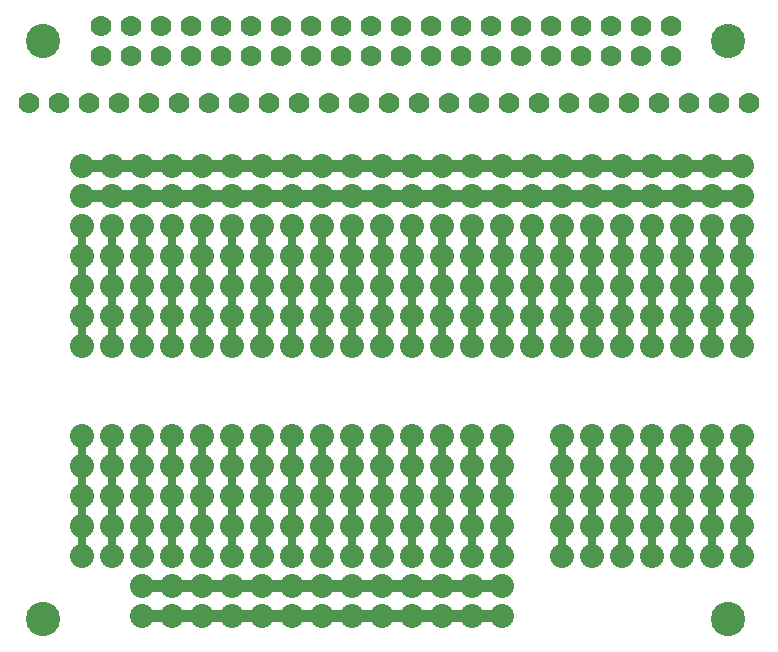
<source format=gbr>
G04 EAGLE Gerber RS-274X export*
G75*
%MOMM*%
%FSLAX34Y34*%
%LPD*%
%INSoldermask Bottom*%
%IPPOS*%
%AMOC8*
5,1,8,0,0,1.08239X$1,22.5*%
G01*
%ADD10R,0.762000X10.541000*%
%ADD11R,30.988000X1.016000*%
%ADD12R,31.242000X1.016000*%
%ADD13R,56.896000X1.016000*%
%ADD14R,56.642000X1.016000*%
%ADD15C,2.901600*%
%ADD16C,1.778000*%
%ADD17C,2.032000*%


D10*
X67310Y316865D03*
X92710Y316865D03*
X118110Y316865D03*
X143510Y316865D03*
X168910Y316865D03*
X194310Y316865D03*
X219710Y316865D03*
X245110Y316865D03*
X270510Y316865D03*
X295910Y316865D03*
X321310Y316865D03*
X346710Y316865D03*
X372110Y316865D03*
X397510Y316865D03*
X422910Y316865D03*
X448310Y316865D03*
X473710Y316865D03*
X499110Y316865D03*
X524510Y316865D03*
X549910Y316865D03*
X575310Y316865D03*
X600710Y316865D03*
X626110Y316865D03*
X67310Y139065D03*
X92710Y139065D03*
X118110Y139065D03*
X143510Y139065D03*
X168910Y139065D03*
X194310Y139065D03*
X219710Y139065D03*
X245110Y139065D03*
X270510Y139065D03*
X295910Y139065D03*
X321310Y139065D03*
X346710Y139065D03*
X372110Y139065D03*
X397510Y139065D03*
X422910Y139065D03*
X473710Y139065D03*
X499110Y139065D03*
X524510Y139065D03*
X549910Y139065D03*
X575310Y139065D03*
X600710Y139065D03*
X626110Y139065D03*
D11*
X271780Y38100D03*
D12*
X270510Y63500D03*
D13*
X347980Y419100D03*
D14*
X346710Y393700D03*
D15*
X35000Y35000D03*
X35000Y525000D03*
X615000Y525000D03*
X615000Y35000D03*
D16*
X83700Y512300D03*
X83700Y537700D03*
X109100Y512300D03*
X109100Y537700D03*
X134500Y512300D03*
X134500Y537700D03*
X159900Y512300D03*
X159900Y537700D03*
X185300Y512300D03*
X185300Y537700D03*
X210700Y512300D03*
X210700Y537700D03*
X236100Y512300D03*
X236100Y537700D03*
X261500Y512300D03*
X261500Y537700D03*
X286900Y512300D03*
X286900Y537700D03*
X312300Y512300D03*
X312300Y537700D03*
X337700Y512300D03*
X337700Y537700D03*
X363100Y512300D03*
X363100Y537700D03*
X388500Y512300D03*
X388500Y537700D03*
X413900Y512300D03*
X413900Y537700D03*
X439300Y512300D03*
X439300Y537700D03*
X464700Y512300D03*
X464700Y537700D03*
X490100Y512300D03*
X490100Y537700D03*
X515500Y512300D03*
X515500Y537700D03*
X540900Y512300D03*
X540900Y537700D03*
X566300Y512300D03*
X566300Y537700D03*
X22860Y472440D03*
X48260Y472440D03*
X73660Y472440D03*
X99060Y472440D03*
X124460Y472440D03*
X149860Y472440D03*
X175260Y472440D03*
X200660Y472440D03*
X226060Y472440D03*
X251460Y472440D03*
X276860Y472440D03*
X302260Y472440D03*
X327660Y472440D03*
X353060Y472440D03*
X378460Y472440D03*
X403860Y472440D03*
X429260Y472440D03*
X454660Y472440D03*
X480060Y472440D03*
X505460Y472440D03*
X530860Y472440D03*
X556260Y472440D03*
X581660Y472440D03*
X607060Y472440D03*
X632460Y472440D03*
D17*
X67310Y88900D03*
X67310Y114300D03*
X67310Y139700D03*
X67310Y165100D03*
X67310Y190500D03*
X92710Y88900D03*
X92710Y114300D03*
X92710Y139700D03*
X92710Y165100D03*
X92710Y190500D03*
X118110Y88900D03*
X118110Y114300D03*
X118110Y139700D03*
X118110Y165100D03*
X118110Y190500D03*
X143510Y88900D03*
X143510Y114300D03*
X143510Y139700D03*
X143510Y165100D03*
X143510Y190500D03*
X168910Y88900D03*
X168910Y114300D03*
X168910Y139700D03*
X168910Y165100D03*
X168910Y190500D03*
X194310Y88900D03*
X194310Y114300D03*
X194310Y139700D03*
X194310Y165100D03*
X194310Y190500D03*
X245110Y88900D03*
X245110Y114300D03*
X245110Y139700D03*
X245110Y165100D03*
X245110Y190500D03*
X219710Y88900D03*
X219710Y114300D03*
X219710Y139700D03*
X219710Y165100D03*
X219710Y190500D03*
X270510Y88900D03*
X270510Y114300D03*
X270510Y139700D03*
X270510Y165100D03*
X270510Y190500D03*
X295910Y88900D03*
X295910Y114300D03*
X295910Y139700D03*
X295910Y165100D03*
X295910Y190500D03*
X321310Y88900D03*
X321310Y114300D03*
X321310Y139700D03*
X321310Y165100D03*
X321310Y190500D03*
X346710Y88900D03*
X346710Y114300D03*
X346710Y139700D03*
X346710Y165100D03*
X346710Y190500D03*
X372110Y88900D03*
X372110Y114300D03*
X372110Y139700D03*
X372110Y165100D03*
X372110Y190500D03*
X397510Y88900D03*
X397510Y114300D03*
X397510Y139700D03*
X397510Y165100D03*
X397510Y190500D03*
X422910Y88900D03*
X422910Y114300D03*
X422910Y139700D03*
X422910Y165100D03*
X422910Y190500D03*
X499110Y88900D03*
X499110Y114300D03*
X499110Y139700D03*
X499110Y165100D03*
X499110Y190500D03*
X473710Y88900D03*
X473710Y114300D03*
X473710Y139700D03*
X473710Y165100D03*
X473710Y190500D03*
X524510Y88900D03*
X524510Y114300D03*
X524510Y139700D03*
X524510Y165100D03*
X524510Y190500D03*
X549910Y88900D03*
X549910Y114300D03*
X549910Y139700D03*
X549910Y165100D03*
X549910Y190500D03*
X600710Y88900D03*
X600710Y114300D03*
X600710Y139700D03*
X600710Y165100D03*
X600710Y190500D03*
X575310Y88900D03*
X575310Y114300D03*
X575310Y139700D03*
X575310Y165100D03*
X575310Y190500D03*
X626110Y88900D03*
X626110Y114300D03*
X626110Y139700D03*
X626110Y190500D03*
X626110Y165100D03*
X626110Y368300D03*
X626110Y342900D03*
X626110Y317500D03*
X626110Y292100D03*
X626110Y266700D03*
X600710Y368300D03*
X600710Y342900D03*
X600710Y317500D03*
X600710Y292100D03*
X600710Y266700D03*
X575310Y368300D03*
X575310Y342900D03*
X575310Y317500D03*
X575310Y292100D03*
X575310Y266700D03*
X549910Y368300D03*
X549910Y342900D03*
X549910Y317500D03*
X549910Y292100D03*
X549910Y266700D03*
X524510Y368300D03*
X524510Y342900D03*
X524510Y317500D03*
X524510Y292100D03*
X524510Y266700D03*
X499110Y368300D03*
X499110Y342900D03*
X499110Y317500D03*
X499110Y292100D03*
X499110Y266700D03*
X473710Y368300D03*
X473710Y342900D03*
X473710Y317500D03*
X473710Y292100D03*
X473710Y266700D03*
X448310Y368300D03*
X448310Y342900D03*
X448310Y317500D03*
X448310Y292100D03*
X448310Y266700D03*
X422910Y368300D03*
X422910Y342900D03*
X422910Y317500D03*
X422910Y292100D03*
X422910Y266700D03*
X372110Y368300D03*
X372110Y342900D03*
X372110Y317500D03*
X372110Y292100D03*
X372110Y266700D03*
X397510Y368300D03*
X397510Y342900D03*
X397510Y317500D03*
X397510Y292100D03*
X397510Y266700D03*
X346710Y368300D03*
X346710Y342900D03*
X346710Y317500D03*
X346710Y292100D03*
X346710Y266700D03*
X321310Y368300D03*
X321310Y342900D03*
X321310Y317500D03*
X321310Y292100D03*
X321310Y266700D03*
X270510Y368300D03*
X270510Y342900D03*
X270510Y317500D03*
X270510Y292100D03*
X270510Y266700D03*
X295910Y368300D03*
X295910Y342900D03*
X295910Y317500D03*
X295910Y292100D03*
X295910Y266700D03*
X245110Y368300D03*
X245110Y342900D03*
X245110Y317500D03*
X245110Y266700D03*
X245110Y292100D03*
X219710Y368300D03*
X219710Y342900D03*
X219710Y317500D03*
X219710Y292100D03*
X219710Y266700D03*
X194310Y368300D03*
X194310Y342900D03*
X194310Y317500D03*
X194310Y292100D03*
X194310Y266700D03*
X168910Y368300D03*
X168910Y342900D03*
X168910Y317500D03*
X168910Y292100D03*
X168910Y266700D03*
X118110Y368300D03*
X118110Y342900D03*
X118110Y317500D03*
X118110Y292100D03*
X118110Y266700D03*
X143510Y368300D03*
X143510Y342900D03*
X143510Y317500D03*
X143510Y292100D03*
X143510Y266700D03*
X92710Y368300D03*
X92710Y342900D03*
X92710Y317500D03*
X92710Y292100D03*
X92710Y266700D03*
X67310Y368300D03*
X67310Y342900D03*
X67310Y317500D03*
X67310Y292100D03*
X67310Y266700D03*
X422910Y63500D03*
X397510Y63500D03*
X372110Y63500D03*
X346710Y63500D03*
X295910Y63500D03*
X321310Y63500D03*
X270510Y63500D03*
X245110Y63500D03*
X219710Y63500D03*
X194310Y63500D03*
X168910Y63500D03*
X143510Y63500D03*
X118110Y63500D03*
X67310Y419100D03*
X92710Y419100D03*
X118110Y419100D03*
X143510Y419100D03*
X168910Y419100D03*
X194310Y419100D03*
X219710Y419100D03*
X245110Y419100D03*
X270510Y419100D03*
X295910Y419100D03*
X321310Y419100D03*
X346710Y419100D03*
X372110Y419100D03*
X397510Y419100D03*
X422910Y419100D03*
X448310Y419100D03*
X473710Y419100D03*
X499110Y419100D03*
X524510Y419100D03*
X549910Y419100D03*
X575310Y419100D03*
X600710Y419100D03*
X626110Y419100D03*
X626110Y393700D03*
X600710Y393700D03*
X575310Y393700D03*
X549910Y393700D03*
X524510Y393700D03*
X499110Y393700D03*
X473710Y393700D03*
X448310Y393700D03*
X422910Y393700D03*
X397510Y393700D03*
X372110Y393700D03*
X346710Y393700D03*
X321310Y393700D03*
X295910Y393700D03*
X245110Y393700D03*
X270510Y393700D03*
X219710Y393700D03*
X194310Y393700D03*
X168910Y393700D03*
X143510Y393700D03*
X118110Y393700D03*
X92710Y393700D03*
X67310Y393700D03*
X118110Y38100D03*
X143510Y38100D03*
X168910Y38100D03*
X194310Y38100D03*
X219710Y38100D03*
X245110Y38100D03*
X270510Y38100D03*
X295910Y38100D03*
X321310Y38100D03*
X346710Y38100D03*
X372110Y38100D03*
X397510Y38100D03*
X422910Y38100D03*
M02*

</source>
